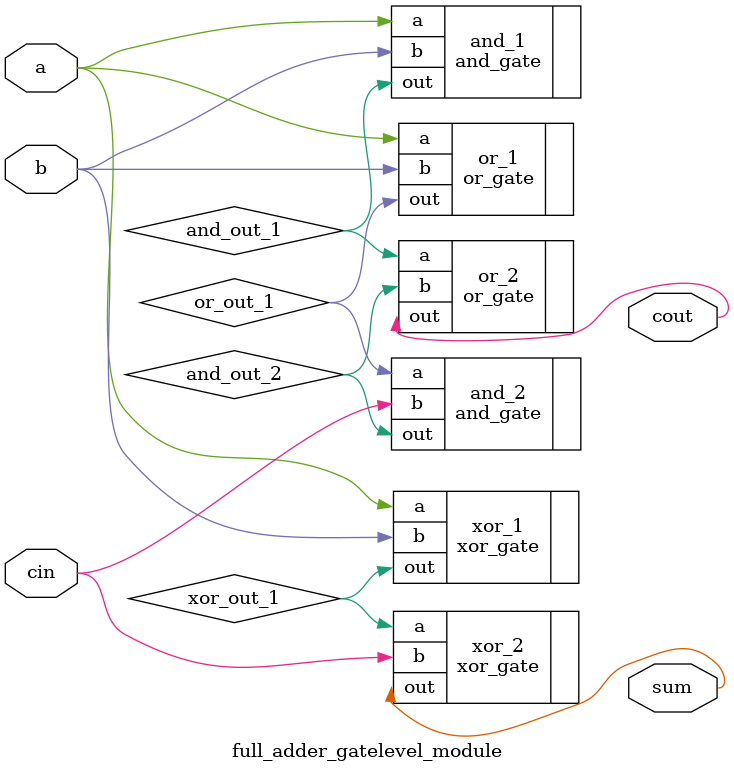
<source format=v>

module full_adder_gatelevel_module (a, b, cin, sum, cout);
	input a, b, cin;
	output sum, cout;

	wire xor_out_1;
	wire xnor_out_1, xnor_out_2;
	wire not_out_1;

	wire and_out_1, and_out_2, and_out_3;
	wire or_out_1;

	//sum
	xor_gate xor_1 (.a(a), .b(b), .out(xor_out_1));
	xor_gate xor_2 (.a(xor_out_1), .b(cin), .out(sum));

	//cout
	or_gate or_1 (.a(a), .b(b), .out(or_out_1));
	and_gate and_1 (.a(a), .b(b), .out(and_out_1));
	and_gate and_2 (.a(or_out_1), .b(cin), .out(and_out_2));
	or_gate or_2 (.a(and_out_1), .b(and_out_2), .out(cout));

endmodule
</source>
